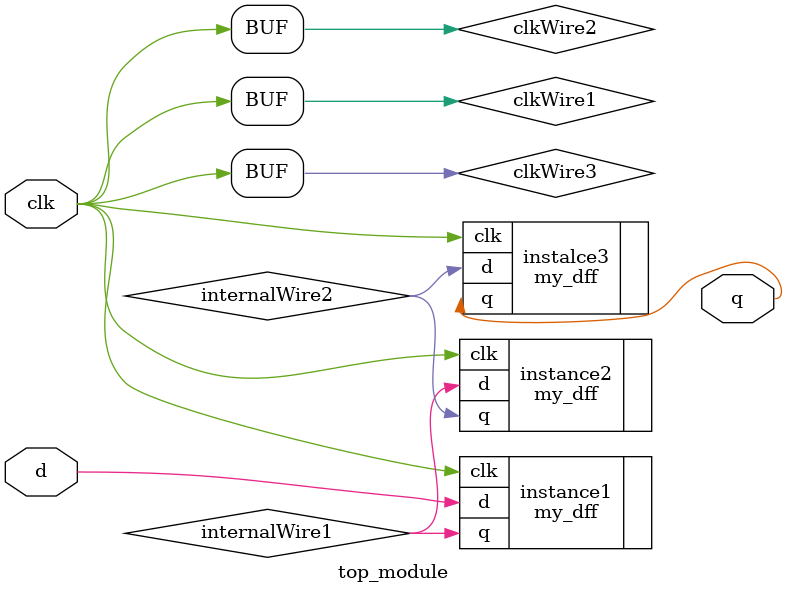
<source format=sv>
module top_module ( input logic clk, input logic d, output logic q );

    logic clkWire1, clkWire2, clkWire3, internalWire1, internalWire2;
    my_dff instance1(.clk(clkWire1), .d(d), .q(internalWire1));
    my_dff instance2(.clk(clkWire2), .d(internalWire1), .q(internalWire2));
    my_dff instalce3(.clk(clkWire3), .d(internalWire2), .q(q));
    
    assign clkWire1 = clk;
    assign clkWire2 = clkWire1;
    assign clkWire3 = clkWire2;
    
endmodule

</source>
